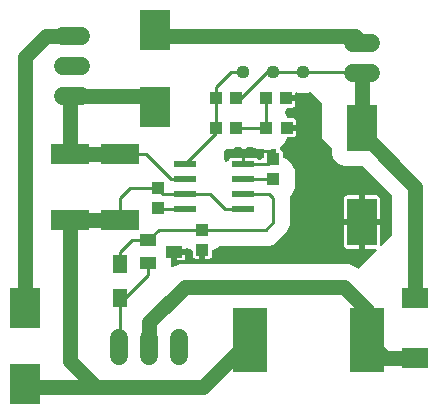
<source format=gbr>
G04 EAGLE Gerber RS-274X export*
G75*
%MOMM*%
%FSLAX34Y34*%
%LPD*%
%INTop Copper*%
%IPPOS*%
%AMOC8*
5,1,8,0,0,1.08239X$1,22.5*%
G01*
%ADD10R,2.500000X3.500000*%
%ADD11R,2.500000X4.000000*%
%ADD12R,1.080000X1.050000*%
%ADD13R,1.100000X1.000000*%
%ADD14R,1.000000X1.100000*%
%ADD15R,3.200000X1.800000*%
%ADD16R,2.900000X5.400000*%
%ADD17R,1.968500X0.601900*%
%ADD18C,1.524000*%
%ADD19C,1.117600*%
%ADD20R,1.050000X1.080000*%
%ADD21R,2.200000X1.800000*%
%ADD22R,1.400000X1.000000*%
%ADD23R,1.200000X1.500000*%
%ADD24C,1.270000*%
%ADD25C,0.254000*%
%ADD26P,0.818720X8X22.500000*%

G36*
X341946Y130611D02*
X341946Y130611D01*
X342066Y130615D01*
X342104Y130626D01*
X342145Y130630D01*
X342257Y130670D01*
X342371Y130703D01*
X342406Y130723D01*
X342444Y130737D01*
X342543Y130804D01*
X342645Y130864D01*
X342690Y130904D01*
X342707Y130916D01*
X342721Y130931D01*
X342766Y130971D01*
X357088Y145293D01*
X357173Y145402D01*
X357261Y145509D01*
X357270Y145528D01*
X357282Y145544D01*
X357338Y145672D01*
X357397Y145797D01*
X357401Y145817D01*
X357409Y145836D01*
X357431Y145974D01*
X357457Y146110D01*
X357455Y146130D01*
X357459Y146150D01*
X357446Y146289D01*
X357437Y146427D01*
X357431Y146446D01*
X357429Y146466D01*
X357382Y146598D01*
X357339Y146729D01*
X357328Y146747D01*
X357321Y146766D01*
X357243Y146881D01*
X357169Y146998D01*
X357154Y147012D01*
X357143Y147029D01*
X357039Y147121D01*
X356937Y147216D01*
X356919Y147226D01*
X356904Y147239D01*
X356781Y147302D01*
X356659Y147370D01*
X356639Y147375D01*
X356621Y147384D01*
X356485Y147414D01*
X356351Y147449D01*
X356323Y147451D01*
X356311Y147454D01*
X356290Y147453D01*
X356190Y147459D01*
X347539Y147459D01*
X347539Y167461D01*
X360041Y167461D01*
X360041Y151310D01*
X360058Y151172D01*
X360071Y151034D01*
X360078Y151015D01*
X360081Y150994D01*
X360132Y150865D01*
X360179Y150734D01*
X360190Y150718D01*
X360198Y150699D01*
X360279Y150586D01*
X360357Y150471D01*
X360373Y150458D01*
X360384Y150441D01*
X360492Y150353D01*
X360596Y150261D01*
X360614Y150252D01*
X360629Y150239D01*
X360755Y150179D01*
X360879Y150116D01*
X360899Y150112D01*
X360917Y150103D01*
X361053Y150077D01*
X361189Y150046D01*
X361210Y150047D01*
X361229Y150043D01*
X361368Y150052D01*
X361507Y150056D01*
X361527Y150062D01*
X361547Y150063D01*
X361679Y150106D01*
X361813Y150145D01*
X361830Y150155D01*
X361849Y150161D01*
X361967Y150235D01*
X362087Y150306D01*
X362108Y150325D01*
X362118Y150331D01*
X362132Y150346D01*
X362207Y150412D01*
X370578Y158783D01*
X370638Y158861D01*
X370706Y158933D01*
X370735Y158986D01*
X370772Y159034D01*
X370812Y159125D01*
X370860Y159211D01*
X370875Y159270D01*
X370899Y159326D01*
X370914Y159424D01*
X370939Y159519D01*
X370945Y159619D01*
X370949Y159640D01*
X370947Y159652D01*
X370949Y159680D01*
X370949Y191583D01*
X370937Y191681D01*
X370934Y191780D01*
X370917Y191839D01*
X370909Y191899D01*
X370873Y191991D01*
X370845Y192086D01*
X370815Y192138D01*
X370792Y192194D01*
X370734Y192274D01*
X370684Y192360D01*
X370618Y192435D01*
X370606Y192452D01*
X370596Y192460D01*
X370578Y192481D01*
X346131Y216928D01*
X346052Y216988D01*
X345980Y217056D01*
X345927Y217085D01*
X345879Y217122D01*
X345788Y217162D01*
X345702Y217210D01*
X345643Y217225D01*
X345588Y217249D01*
X345490Y217264D01*
X345394Y217289D01*
X345294Y217295D01*
X345273Y217299D01*
X345261Y217297D01*
X345233Y217299D01*
X329974Y217299D01*
X325306Y219233D01*
X321733Y222806D01*
X319799Y227474D01*
X319799Y231470D01*
X319787Y231568D01*
X319784Y231667D01*
X319767Y231725D01*
X319759Y231786D01*
X319723Y231878D01*
X319695Y231973D01*
X319665Y232025D01*
X319642Y232081D01*
X319584Y232161D01*
X319534Y232247D01*
X319468Y232322D01*
X319456Y232339D01*
X319446Y232346D01*
X319428Y232367D01*
X311269Y240526D01*
X311269Y270000D01*
X311257Y270098D01*
X311254Y270197D01*
X311237Y270255D01*
X311229Y270316D01*
X311193Y270408D01*
X311165Y270503D01*
X311135Y270555D01*
X311112Y270611D01*
X311054Y270691D01*
X311004Y270777D01*
X310938Y270852D01*
X310926Y270869D01*
X310916Y270876D01*
X310898Y270898D01*
X302286Y279509D01*
X302263Y279527D01*
X302244Y279549D01*
X302138Y279624D01*
X302035Y279704D01*
X302008Y279715D01*
X301984Y279732D01*
X301862Y279778D01*
X301743Y279830D01*
X301714Y279835D01*
X301686Y279845D01*
X301557Y279859D01*
X301429Y279880D01*
X301400Y279877D01*
X301370Y279880D01*
X301242Y279862D01*
X301112Y279850D01*
X301085Y279840D01*
X301055Y279836D01*
X300903Y279784D01*
X299038Y279011D01*
X291762Y279011D01*
X290296Y279619D01*
X290248Y279632D01*
X290203Y279653D01*
X290095Y279674D01*
X289989Y279703D01*
X289939Y279703D01*
X289890Y279713D01*
X289781Y279706D01*
X289671Y279708D01*
X289623Y279696D01*
X289573Y279693D01*
X289469Y279659D01*
X289362Y279634D01*
X289318Y279610D01*
X289271Y279595D01*
X289178Y279536D01*
X289081Y279485D01*
X289044Y279451D01*
X289002Y279425D01*
X288927Y279345D01*
X288845Y279271D01*
X288818Y279229D01*
X288784Y279193D01*
X288731Y279097D01*
X288671Y279005D01*
X288654Y278958D01*
X288630Y278915D01*
X288603Y278808D01*
X288567Y278704D01*
X288563Y278655D01*
X288551Y278607D01*
X288541Y278446D01*
X288541Y277499D01*
X282970Y277499D01*
X282852Y277484D01*
X282733Y277477D01*
X282695Y277464D01*
X282654Y277459D01*
X282544Y277416D01*
X282431Y277379D01*
X282396Y277357D01*
X282359Y277342D01*
X282263Y277273D01*
X282162Y277209D01*
X282134Y277179D01*
X282101Y277156D01*
X282025Y277064D01*
X281944Y276977D01*
X281924Y276942D01*
X281899Y276911D01*
X281848Y276803D01*
X281790Y276699D01*
X281780Y276659D01*
X281763Y276623D01*
X281741Y276506D01*
X281711Y276391D01*
X281707Y276331D01*
X281703Y276311D01*
X281705Y276290D01*
X281701Y276230D01*
X281701Y273770D01*
X281716Y273652D01*
X281723Y273533D01*
X281736Y273495D01*
X281741Y273454D01*
X281784Y273344D01*
X281821Y273231D01*
X281843Y273196D01*
X281858Y273159D01*
X281927Y273062D01*
X281991Y272962D01*
X282021Y272934D01*
X282044Y272901D01*
X282136Y272825D01*
X282223Y272744D01*
X282258Y272724D01*
X282289Y272699D01*
X282397Y272648D01*
X282501Y272590D01*
X282541Y272580D01*
X282577Y272563D01*
X282694Y272541D01*
X282809Y272511D01*
X282869Y272507D01*
X282889Y272503D01*
X282910Y272505D01*
X282970Y272501D01*
X288541Y272501D01*
X288541Y269166D01*
X288368Y268519D01*
X288033Y267940D01*
X287560Y267467D01*
X286981Y267132D01*
X286334Y266959D01*
X282543Y266959D01*
X282514Y266956D01*
X282484Y266958D01*
X282356Y266936D01*
X282227Y266919D01*
X282200Y266909D01*
X282171Y266904D01*
X282052Y266850D01*
X281932Y266802D01*
X281908Y266785D01*
X281881Y266773D01*
X281780Y266692D01*
X281674Y266616D01*
X281655Y266593D01*
X281632Y266574D01*
X281554Y266471D01*
X281471Y266371D01*
X281459Y266344D01*
X281441Y266320D01*
X281370Y266176D01*
X280028Y262936D01*
X280002Y262840D01*
X279967Y262748D01*
X279960Y262687D01*
X279944Y262629D01*
X279943Y262530D01*
X279932Y262432D01*
X279940Y262372D01*
X279939Y262311D01*
X279962Y262215D01*
X279976Y262117D01*
X280009Y262022D01*
X280013Y262002D01*
X280019Y261991D01*
X280028Y261964D01*
X281370Y258724D01*
X281385Y258699D01*
X281394Y258671D01*
X281463Y258561D01*
X281528Y258448D01*
X281548Y258427D01*
X281564Y258402D01*
X281659Y258313D01*
X281749Y258220D01*
X281774Y258204D01*
X281796Y258184D01*
X281910Y258121D01*
X282020Y258053D01*
X282048Y258045D01*
X282074Y258030D01*
X282200Y257998D01*
X282324Y257960D01*
X282354Y257958D01*
X282382Y257951D01*
X282543Y257941D01*
X286834Y257941D01*
X287481Y257768D01*
X288060Y257433D01*
X288533Y256960D01*
X288868Y256381D01*
X289041Y255734D01*
X289041Y252539D01*
X282970Y252539D01*
X282852Y252524D01*
X282733Y252517D01*
X282695Y252504D01*
X282654Y252499D01*
X282544Y252455D01*
X282431Y252419D01*
X282396Y252397D01*
X282359Y252382D01*
X282263Y252312D01*
X282162Y252249D01*
X282134Y252219D01*
X282101Y252195D01*
X282025Y252104D01*
X281944Y252017D01*
X281924Y251982D01*
X281899Y251950D01*
X281848Y251843D01*
X281790Y251739D01*
X281780Y251699D01*
X281763Y251663D01*
X281741Y251546D01*
X281711Y251431D01*
X281707Y251370D01*
X281703Y251350D01*
X281705Y251330D01*
X281701Y251270D01*
X281701Y248730D01*
X281716Y248612D01*
X281723Y248493D01*
X281736Y248455D01*
X281741Y248415D01*
X281784Y248304D01*
X281821Y248191D01*
X281843Y248156D01*
X281858Y248119D01*
X281927Y248023D01*
X281991Y247922D01*
X282021Y247894D01*
X282044Y247861D01*
X282136Y247786D01*
X282223Y247704D01*
X282258Y247684D01*
X282289Y247659D01*
X282397Y247608D01*
X282501Y247550D01*
X282541Y247540D01*
X282577Y247523D01*
X282694Y247501D01*
X282809Y247471D01*
X282869Y247467D01*
X282889Y247463D01*
X282910Y247465D01*
X282970Y247461D01*
X289041Y247461D01*
X289041Y244266D01*
X288868Y243619D01*
X288533Y243040D01*
X288060Y242567D01*
X287481Y242232D01*
X286834Y242059D01*
X282543Y242059D01*
X282514Y242056D01*
X282484Y242058D01*
X282356Y242036D01*
X282227Y242019D01*
X282200Y242009D01*
X282171Y242004D01*
X282052Y241950D01*
X281932Y241902D01*
X281908Y241885D01*
X281881Y241873D01*
X281780Y241792D01*
X281674Y241716D01*
X281655Y241693D01*
X281632Y241674D01*
X281554Y241571D01*
X281471Y241471D01*
X281459Y241444D01*
X281441Y241420D01*
X281370Y241276D01*
X279767Y237406D01*
X276194Y233833D01*
X276108Y233797D01*
X276053Y233766D01*
X275994Y233743D01*
X275916Y233687D01*
X275832Y233640D01*
X275787Y233596D01*
X275735Y233559D01*
X275673Y233485D01*
X275603Y233418D01*
X275570Y233364D01*
X275530Y233316D01*
X275488Y233229D01*
X275437Y233147D01*
X275419Y233087D01*
X275391Y233030D01*
X275372Y232936D01*
X275344Y232843D01*
X275341Y232780D01*
X275328Y232718D01*
X275333Y232622D01*
X275328Y232526D01*
X275341Y232464D01*
X275344Y232401D01*
X275373Y232309D01*
X275393Y232214D01*
X275420Y232158D01*
X275439Y232097D01*
X275490Y232015D01*
X275532Y231928D01*
X275573Y231880D01*
X275607Y231827D01*
X275676Y231760D01*
X275739Y231686D01*
X275790Y231650D01*
X275836Y231606D01*
X275920Y231559D01*
X275999Y231503D01*
X276058Y231481D01*
X276113Y231450D01*
X276265Y231398D01*
X276381Y231368D01*
X276960Y231033D01*
X277433Y230560D01*
X277768Y229981D01*
X277941Y229334D01*
X277941Y225043D01*
X277944Y225014D01*
X277942Y224984D01*
X277964Y224856D01*
X277981Y224727D01*
X277991Y224700D01*
X277996Y224671D01*
X278050Y224552D01*
X278098Y224432D01*
X278115Y224408D01*
X278127Y224381D01*
X278208Y224280D01*
X278284Y224174D01*
X278307Y224155D01*
X278326Y224132D01*
X278429Y224054D01*
X278529Y223971D01*
X278556Y223959D01*
X278580Y223941D01*
X278724Y223870D01*
X282594Y222267D01*
X286167Y218694D01*
X288101Y214026D01*
X288101Y198474D01*
X286167Y193806D01*
X284342Y191981D01*
X284282Y191903D01*
X284214Y191831D01*
X284185Y191778D01*
X284148Y191730D01*
X284108Y191639D01*
X284060Y191552D01*
X284045Y191494D01*
X284021Y191438D01*
X284006Y191340D01*
X283981Y191244D01*
X283975Y191144D01*
X283971Y191124D01*
X283973Y191111D01*
X283971Y191083D01*
X283971Y167221D01*
X281844Y162086D01*
X277735Y157978D01*
X271414Y151656D01*
X266279Y149529D01*
X225017Y149529D01*
X224918Y149517D01*
X224819Y149514D01*
X224761Y149497D01*
X224701Y149489D01*
X224609Y149453D01*
X224514Y149425D01*
X224462Y149395D01*
X224405Y149372D01*
X224325Y149314D01*
X224240Y149264D01*
X224164Y149198D01*
X224148Y149186D01*
X224140Y149176D01*
X224119Y149158D01*
X222694Y147733D01*
X218824Y146130D01*
X218799Y146115D01*
X218771Y146106D01*
X218661Y146037D01*
X218548Y145972D01*
X218527Y145952D01*
X218502Y145936D01*
X218413Y145841D01*
X218320Y145751D01*
X218304Y145726D01*
X218284Y145704D01*
X218221Y145591D01*
X218153Y145480D01*
X218145Y145452D01*
X218130Y145426D01*
X218098Y145300D01*
X218060Y145176D01*
X218058Y145146D01*
X218051Y145118D01*
X218041Y144957D01*
X218041Y141166D01*
X217868Y140519D01*
X217533Y139940D01*
X217060Y139467D01*
X216481Y139132D01*
X215834Y138959D01*
X212499Y138959D01*
X212499Y144530D01*
X212484Y144648D01*
X212477Y144767D01*
X212464Y144805D01*
X212459Y144846D01*
X212416Y144956D01*
X212379Y145069D01*
X212357Y145104D01*
X212342Y145141D01*
X212273Y145237D01*
X212209Y145338D01*
X212179Y145366D01*
X212156Y145399D01*
X212064Y145475D01*
X211977Y145556D01*
X211942Y145576D01*
X211911Y145601D01*
X211803Y145652D01*
X211699Y145710D01*
X211659Y145720D01*
X211623Y145737D01*
X211506Y145759D01*
X211391Y145789D01*
X211331Y145793D01*
X211311Y145797D01*
X211290Y145795D01*
X211230Y145799D01*
X208770Y145799D01*
X208652Y145784D01*
X208533Y145777D01*
X208495Y145764D01*
X208454Y145759D01*
X208344Y145716D01*
X208231Y145679D01*
X208196Y145657D01*
X208159Y145642D01*
X208062Y145573D01*
X207962Y145509D01*
X207934Y145479D01*
X207901Y145456D01*
X207825Y145364D01*
X207744Y145277D01*
X207724Y145242D01*
X207699Y145211D01*
X207648Y145103D01*
X207590Y144999D01*
X207580Y144959D01*
X207563Y144923D01*
X207541Y144806D01*
X207511Y144691D01*
X207507Y144631D01*
X207503Y144611D01*
X207505Y144590D01*
X207501Y144530D01*
X207501Y138959D01*
X204166Y138959D01*
X203519Y139132D01*
X202940Y139467D01*
X202467Y139940D01*
X202132Y140519D01*
X201959Y141166D01*
X201959Y144957D01*
X201956Y144986D01*
X201958Y145016D01*
X201936Y145144D01*
X201919Y145273D01*
X201909Y145300D01*
X201904Y145329D01*
X201850Y145448D01*
X201802Y145568D01*
X201785Y145592D01*
X201773Y145619D01*
X201692Y145720D01*
X201616Y145826D01*
X201593Y145845D01*
X201574Y145868D01*
X201471Y145946D01*
X201371Y146029D01*
X201344Y146041D01*
X201320Y146059D01*
X201176Y146130D01*
X197296Y147737D01*
X197248Y147750D01*
X197203Y147771D01*
X197095Y147792D01*
X196989Y147821D01*
X196939Y147822D01*
X196890Y147831D01*
X196781Y147824D01*
X196671Y147826D01*
X196623Y147814D01*
X196573Y147811D01*
X196469Y147777D01*
X196362Y147752D01*
X196318Y147729D01*
X196271Y147713D01*
X196178Y147654D01*
X196081Y147603D01*
X196044Y147570D01*
X196002Y147543D01*
X195961Y147499D01*
X187230Y147499D01*
X187112Y147484D01*
X186993Y147477D01*
X186955Y147464D01*
X186915Y147459D01*
X186804Y147416D01*
X186691Y147379D01*
X186657Y147357D01*
X186619Y147342D01*
X186523Y147273D01*
X186422Y147209D01*
X186394Y147179D01*
X186362Y147156D01*
X186286Y147064D01*
X186204Y146977D01*
X186185Y146942D01*
X186159Y146911D01*
X186108Y146803D01*
X186051Y146699D01*
X186041Y146659D01*
X186023Y146623D01*
X186001Y146506D01*
X185971Y146391D01*
X185967Y146331D01*
X185964Y146311D01*
X185965Y146290D01*
X185961Y146230D01*
X185961Y145039D01*
X184770Y145039D01*
X184674Y145027D01*
X184671Y145027D01*
X184664Y145026D01*
X184652Y145024D01*
X184533Y145017D01*
X184495Y145004D01*
X184454Y144999D01*
X184366Y144964D01*
X184360Y144963D01*
X184347Y144957D01*
X184344Y144955D01*
X184231Y144919D01*
X184196Y144897D01*
X184159Y144882D01*
X184084Y144828D01*
X184074Y144823D01*
X184058Y144809D01*
X183962Y144749D01*
X183934Y144719D01*
X183901Y144695D01*
X183847Y144630D01*
X183832Y144617D01*
X183814Y144592D01*
X183744Y144517D01*
X183724Y144482D01*
X183699Y144450D01*
X183666Y144381D01*
X183649Y144357D01*
X183634Y144317D01*
X183590Y144238D01*
X183580Y144199D01*
X183563Y144163D01*
X183551Y144098D01*
X183536Y144059D01*
X183530Y144004D01*
X183511Y143930D01*
X183507Y143870D01*
X183503Y143850D01*
X183505Y143830D01*
X183501Y143770D01*
X183501Y143762D01*
X183502Y143753D01*
X183501Y143743D01*
X183517Y143628D01*
X183523Y143533D01*
X183534Y143500D01*
X183541Y143446D01*
X183544Y143438D01*
X183545Y143428D01*
X183597Y143276D01*
X183701Y143026D01*
X183701Y132840D01*
X183707Y132790D01*
X183705Y132741D01*
X183727Y132633D01*
X183741Y132524D01*
X183759Y132478D01*
X183769Y132429D01*
X183817Y132330D01*
X183858Y132228D01*
X183887Y132188D01*
X183909Y132144D01*
X183980Y132060D01*
X184044Y131971D01*
X184083Y131939D01*
X184115Y131902D01*
X184205Y131838D01*
X184289Y131768D01*
X184334Y131747D01*
X184375Y131718D01*
X184478Y131679D01*
X184577Y131633D01*
X184626Y131623D01*
X184672Y131606D01*
X184782Y131594D01*
X184889Y131573D01*
X184939Y131576D01*
X184988Y131570D01*
X185097Y131586D01*
X185207Y131593D01*
X185254Y131608D01*
X185303Y131615D01*
X185456Y131667D01*
X191211Y134051D01*
X333789Y134051D01*
X340791Y131150D01*
X340971Y130971D01*
X341065Y130898D01*
X341154Y130819D01*
X341190Y130801D01*
X341222Y130776D01*
X341331Y130729D01*
X341437Y130675D01*
X341477Y130666D01*
X341514Y130650D01*
X341631Y130631D01*
X341748Y130605D01*
X341788Y130606D01*
X341828Y130600D01*
X341946Y130611D01*
G37*
G36*
X230127Y221201D02*
X230127Y221201D01*
X230237Y221207D01*
X230284Y221223D01*
X230333Y221230D01*
X230486Y221282D01*
X231670Y221772D01*
X231690Y221784D01*
X231712Y221790D01*
X231828Y221862D01*
X231946Y221930D01*
X231963Y221946D01*
X231982Y221958D01*
X232077Y222056D01*
X232175Y222151D01*
X232187Y222171D01*
X232202Y222187D01*
X232270Y222306D01*
X232341Y222422D01*
X232348Y222444D01*
X232359Y222464D01*
X232410Y222616D01*
X232524Y223040D01*
X232858Y223619D01*
X233332Y224093D01*
X233911Y224427D01*
X234557Y224600D01*
X243230Y224600D01*
X243230Y223329D01*
X243245Y223211D01*
X243252Y223093D01*
X243265Y223054D01*
X243270Y223014D01*
X243314Y222903D01*
X243350Y222790D01*
X243372Y222756D01*
X243387Y222718D01*
X243457Y222622D01*
X243520Y222521D01*
X243550Y222494D01*
X243574Y222461D01*
X243665Y222385D01*
X243752Y222303D01*
X243787Y222284D01*
X243819Y222258D01*
X243926Y222207D01*
X244031Y222150D01*
X244070Y222140D01*
X244106Y222123D01*
X244223Y222100D01*
X244339Y222070D01*
X244399Y222067D01*
X244419Y222063D01*
X244439Y222064D01*
X244499Y222060D01*
X244969Y222060D01*
X245087Y222075D01*
X245206Y222083D01*
X245244Y222095D01*
X245284Y222100D01*
X245395Y222144D01*
X245508Y222181D01*
X245542Y222202D01*
X245580Y222217D01*
X245676Y222287D01*
X245777Y222351D01*
X245805Y222380D01*
X245837Y222404D01*
X245913Y222496D01*
X245995Y222582D01*
X246014Y222618D01*
X246040Y222649D01*
X246091Y222757D01*
X246148Y222861D01*
X246158Y222900D01*
X246176Y222937D01*
X246198Y223053D01*
X246228Y223169D01*
X246232Y223229D01*
X246235Y223249D01*
X246234Y223269D01*
X246238Y223329D01*
X246238Y224600D01*
X254911Y224600D01*
X255557Y224427D01*
X256136Y224093D01*
X256610Y223620D01*
X256837Y223226D01*
X256859Y223197D01*
X256875Y223165D01*
X256954Y223071D01*
X257029Y222973D01*
X257057Y222950D01*
X257081Y222923D01*
X257182Y222852D01*
X257278Y222775D01*
X257311Y222760D01*
X257341Y222739D01*
X257456Y222696D01*
X257569Y222646D01*
X257605Y222640D01*
X257638Y222627D01*
X257761Y222613D01*
X257882Y222593D01*
X257918Y222596D01*
X257954Y222592D01*
X258076Y222609D01*
X258199Y222619D01*
X258233Y222631D01*
X258269Y222636D01*
X258422Y222688D01*
X261276Y223870D01*
X261301Y223885D01*
X261329Y223894D01*
X261439Y223963D01*
X261552Y224028D01*
X261573Y224048D01*
X261598Y224064D01*
X261687Y224159D01*
X261780Y224249D01*
X261796Y224274D01*
X261816Y224296D01*
X261879Y224410D01*
X261947Y224520D01*
X261955Y224548D01*
X261970Y224574D01*
X262002Y224700D01*
X262040Y224824D01*
X262042Y224854D01*
X262049Y224882D01*
X262059Y225043D01*
X262059Y229334D01*
X262232Y229981D01*
X262241Y229995D01*
X262292Y230118D01*
X262349Y230237D01*
X262354Y230264D01*
X262364Y230288D01*
X262384Y230420D01*
X262408Y230550D01*
X262407Y230576D01*
X262411Y230603D01*
X262397Y230735D01*
X262389Y230867D01*
X262380Y230892D01*
X262378Y230919D01*
X262331Y231044D01*
X262291Y231169D01*
X262276Y231192D01*
X262267Y231217D01*
X262191Y231326D01*
X262120Y231438D01*
X262101Y231457D01*
X262086Y231479D01*
X261985Y231565D01*
X261889Y231656D01*
X261865Y231669D01*
X261845Y231687D01*
X261726Y231746D01*
X261610Y231810D01*
X261584Y231816D01*
X261560Y231828D01*
X261431Y231856D01*
X261302Y231889D01*
X261264Y231891D01*
X261249Y231895D01*
X261227Y231894D01*
X261142Y231899D01*
X255974Y231899D01*
X251606Y233708D01*
X251511Y233734D01*
X251418Y233769D01*
X251358Y233776D01*
X251300Y233792D01*
X251201Y233794D01*
X251102Y233805D01*
X251042Y233796D01*
X250982Y233797D01*
X250885Y233774D01*
X250787Y233760D01*
X250692Y233728D01*
X250672Y233723D01*
X250662Y233717D01*
X250635Y233708D01*
X246026Y231799D01*
X230931Y231799D01*
X230891Y231808D01*
X230765Y231843D01*
X230735Y231843D01*
X230707Y231850D01*
X230577Y231846D01*
X230447Y231848D01*
X230418Y231841D01*
X230389Y231840D01*
X230264Y231804D01*
X230138Y231774D01*
X230112Y231760D01*
X230083Y231751D01*
X229971Y231686D01*
X229857Y231625D01*
X229835Y231605D01*
X229809Y231590D01*
X229689Y231484D01*
X229103Y230898D01*
X229042Y230819D01*
X228974Y230747D01*
X228945Y230694D01*
X228908Y230646D01*
X228868Y230555D01*
X228820Y230469D01*
X228805Y230410D01*
X228781Y230354D01*
X228766Y230256D01*
X228741Y230161D01*
X228735Y230061D01*
X228731Y230040D01*
X228733Y230028D01*
X228731Y230000D01*
X228731Y222454D01*
X228737Y222405D01*
X228735Y222355D01*
X228757Y222248D01*
X228771Y222139D01*
X228789Y222093D01*
X228799Y222044D01*
X228847Y221945D01*
X228888Y221843D01*
X228917Y221803D01*
X228939Y221758D01*
X229010Y221675D01*
X229074Y221586D01*
X229113Y221554D01*
X229145Y221516D01*
X229235Y221453D01*
X229319Y221383D01*
X229364Y221362D01*
X229405Y221333D01*
X229508Y221294D01*
X229607Y221247D01*
X229656Y221238D01*
X229702Y221220D01*
X229812Y221208D01*
X229920Y221188D01*
X229969Y221191D01*
X230018Y221185D01*
X230127Y221201D01*
G37*
%LPC*%
G36*
X347539Y172539D02*
X347539Y172539D01*
X347539Y192541D01*
X357834Y192541D01*
X358481Y192368D01*
X359060Y192033D01*
X359533Y191560D01*
X359868Y190981D01*
X360041Y190334D01*
X360041Y172539D01*
X347539Y172539D01*
G37*
%LPD*%
%LPC*%
G36*
X329959Y172539D02*
X329959Y172539D01*
X329959Y190334D01*
X330132Y190981D01*
X330467Y191560D01*
X330940Y192033D01*
X331519Y192368D01*
X332166Y192541D01*
X342461Y192541D01*
X342461Y172539D01*
X329959Y172539D01*
G37*
%LPD*%
%LPC*%
G36*
X332166Y147459D02*
X332166Y147459D01*
X331519Y147632D01*
X330940Y147967D01*
X330467Y148440D01*
X330132Y149019D01*
X329959Y149666D01*
X329959Y167461D01*
X342461Y167461D01*
X342461Y147459D01*
X332166Y147459D01*
G37*
%LPD*%
G36*
X271388Y224216D02*
X271388Y224216D01*
X271507Y224223D01*
X271545Y224236D01*
X271585Y224241D01*
X271696Y224284D01*
X271809Y224321D01*
X271844Y224343D01*
X271881Y224358D01*
X271977Y224427D01*
X272078Y224491D01*
X272106Y224521D01*
X272138Y224544D01*
X272214Y224636D01*
X272296Y224723D01*
X272315Y224758D01*
X272341Y224789D01*
X272392Y224897D01*
X272449Y225001D01*
X272460Y225041D01*
X272477Y225077D01*
X272499Y225194D01*
X272529Y225309D01*
X272533Y225369D01*
X272537Y225389D01*
X272535Y225410D01*
X272539Y225470D01*
X272539Y230630D01*
X272524Y230748D01*
X272517Y230867D01*
X272504Y230905D01*
X272499Y230946D01*
X272455Y231056D01*
X272419Y231169D01*
X272397Y231204D01*
X272382Y231241D01*
X272312Y231337D01*
X272249Y231438D01*
X272219Y231466D01*
X272195Y231499D01*
X272104Y231575D01*
X272017Y231656D01*
X271982Y231676D01*
X271950Y231701D01*
X271843Y231752D01*
X271739Y231810D01*
X271699Y231820D01*
X271663Y231837D01*
X271546Y231859D01*
X271431Y231889D01*
X271370Y231893D01*
X271350Y231897D01*
X271330Y231895D01*
X271270Y231899D01*
X268730Y231899D01*
X268612Y231884D01*
X268493Y231877D01*
X268455Y231864D01*
X268415Y231859D01*
X268304Y231816D01*
X268191Y231779D01*
X268156Y231757D01*
X268119Y231742D01*
X268023Y231673D01*
X267922Y231609D01*
X267894Y231579D01*
X267861Y231556D01*
X267786Y231464D01*
X267704Y231377D01*
X267684Y231342D01*
X267659Y231311D01*
X267608Y231203D01*
X267550Y231099D01*
X267540Y231059D01*
X267523Y231023D01*
X267501Y230906D01*
X267471Y230791D01*
X267467Y230731D01*
X267463Y230711D01*
X267465Y230690D01*
X267461Y230630D01*
X267461Y225470D01*
X267476Y225352D01*
X267483Y225233D01*
X267496Y225195D01*
X267501Y225154D01*
X267544Y225044D01*
X267581Y224931D01*
X267603Y224896D01*
X267618Y224859D01*
X267688Y224763D01*
X267751Y224662D01*
X267781Y224634D01*
X267805Y224601D01*
X267896Y224525D01*
X267983Y224444D01*
X268018Y224424D01*
X268049Y224399D01*
X268157Y224348D01*
X268261Y224290D01*
X268301Y224280D01*
X268337Y224263D01*
X268454Y224241D01*
X268569Y224211D01*
X268630Y224207D01*
X268650Y224203D01*
X268670Y224205D01*
X268730Y224201D01*
X271270Y224201D01*
X271388Y224216D01*
G37*
%LPC*%
G36*
X188499Y137459D02*
X188499Y137459D01*
X188499Y142501D01*
X195541Y142501D01*
X195541Y139666D01*
X195368Y139019D01*
X195033Y138440D01*
X194560Y137967D01*
X193981Y137632D01*
X193334Y137459D01*
X188499Y137459D01*
G37*
%LPD*%
%LPC*%
G36*
X344999Y169999D02*
X344999Y169999D01*
X344999Y170001D01*
X345001Y170001D01*
X345001Y169999D01*
X344999Y169999D01*
G37*
%LPD*%
D10*
X170000Y267500D03*
X170000Y332500D03*
D11*
X345000Y250000D03*
X345000Y170000D03*
D12*
X270000Y223750D03*
X270000Y206250D03*
D13*
X172500Y198500D03*
X172500Y181500D03*
D14*
X281000Y275000D03*
X264000Y275000D03*
D15*
X140000Y228000D03*
X140000Y172000D03*
D16*
X349500Y70000D03*
X250500Y70000D03*
D17*
X244734Y180950D03*
X244734Y193650D03*
X244734Y206350D03*
X244734Y219050D03*
X195266Y219050D03*
X195266Y206350D03*
X195266Y193650D03*
X195266Y180950D03*
D18*
X107620Y327500D02*
X92380Y327500D01*
X92380Y302100D02*
X107620Y302100D01*
X107620Y276700D02*
X92380Y276700D01*
X337380Y322000D02*
X352620Y322000D01*
X352620Y296600D02*
X337380Y296600D01*
D19*
X244600Y297300D03*
X270000Y297300D03*
X295400Y297300D03*
D18*
X139600Y72220D02*
X139600Y56980D01*
X165000Y56980D02*
X165000Y72220D01*
X190400Y72220D02*
X190400Y56980D01*
D10*
X60000Y32500D03*
X60000Y97500D03*
D20*
X263750Y250000D03*
X281250Y250000D03*
D13*
X210000Y146500D03*
X210000Y163500D03*
D21*
X390000Y105500D03*
X390000Y54500D03*
D22*
X164000Y154500D03*
X186000Y145000D03*
X164000Y135500D03*
D23*
X140000Y105500D03*
X140000Y134500D03*
D15*
X97500Y228000D03*
X97500Y172000D03*
D14*
X238500Y275000D03*
X221500Y275000D03*
X221500Y250000D03*
X238500Y250000D03*
D24*
X165000Y327500D02*
X170000Y332500D01*
X60000Y310000D02*
X60000Y97500D01*
X60000Y310000D02*
X77500Y327500D01*
X240000Y327500D02*
X339500Y327500D01*
X240000Y327500D02*
X165000Y327500D01*
D25*
X170000Y332500D02*
X175000Y327500D01*
X240000Y327500D01*
D24*
X100000Y327500D02*
X77500Y327500D01*
X339500Y327500D02*
X345000Y322000D01*
D25*
X244734Y224734D02*
X244734Y219050D01*
X244734Y224734D02*
X250000Y230000D01*
X268750Y230000D01*
X265300Y219050D02*
X244734Y219050D01*
X265300Y219050D02*
X270000Y223750D01*
D26*
X250000Y230000D03*
X240000Y230000D03*
X240000Y140000D03*
X250000Y140000D03*
X350000Y200000D03*
X340000Y200000D03*
D24*
X345000Y250000D02*
X350000Y255000D01*
X390000Y200000D02*
X390000Y105500D01*
X345000Y245000D02*
X345000Y250000D01*
X345000Y245000D02*
X390000Y200000D01*
X345000Y250000D02*
X345000Y296600D01*
D25*
X295400Y297300D02*
X270000Y297300D01*
X295400Y297300D02*
X344300Y297300D01*
X345000Y296600D01*
X270000Y297300D02*
X265000Y297300D01*
X242700Y275000D01*
X238500Y275000D01*
D24*
X140000Y228000D02*
X97500Y228000D01*
D25*
X183650Y206350D02*
X195266Y206350D01*
X162000Y228000D02*
X140000Y228000D01*
X162000Y228000D02*
X183650Y206350D01*
D24*
X160800Y276700D02*
X100000Y276700D01*
X160800Y276700D02*
X170000Y267500D01*
X100000Y276700D02*
X97500Y274200D01*
X97500Y228000D01*
D25*
X140000Y65000D02*
X139600Y64600D01*
X140000Y101500D02*
X164000Y125500D01*
X164000Y135500D01*
X140000Y101500D02*
X140000Y65000D01*
X140000Y101500D02*
X140000Y105500D01*
D24*
X165000Y85000D02*
X195000Y115000D01*
X330000Y115000D01*
X349500Y95500D01*
X349500Y70000D01*
X165000Y64600D02*
X165000Y85000D01*
X349500Y70000D02*
X365000Y54500D01*
X390000Y54500D01*
X140000Y172000D02*
X97500Y172000D01*
X120000Y30000D02*
X210500Y30000D01*
X120000Y30000D02*
X62500Y30000D01*
X60000Y32500D01*
X210500Y30000D02*
X250500Y70000D01*
D25*
X216350Y193650D02*
X195266Y193650D01*
X229050Y180950D02*
X244734Y180950D01*
X229050Y180950D02*
X216350Y193650D01*
X140000Y190000D02*
X140000Y172000D01*
X140000Y190000D02*
X148500Y198500D01*
X172500Y198500D01*
X172500Y197500D01*
X176350Y193650D02*
X195266Y193650D01*
X176350Y193650D02*
X172500Y197500D01*
D24*
X97500Y52500D02*
X120000Y30000D01*
X97500Y52500D02*
X97500Y172000D01*
D25*
X150000Y154500D02*
X164000Y154500D01*
X210000Y163500D02*
X263500Y163500D01*
X210000Y163500D02*
X173000Y163500D01*
X164000Y154500D01*
X263500Y163500D02*
X270000Y170000D01*
X266350Y193650D02*
X244734Y193650D01*
X266350Y193650D02*
X270000Y190000D01*
X270000Y170000D01*
X150000Y154500D02*
X140000Y144500D01*
X140000Y134500D01*
X173050Y180950D02*
X195266Y180950D01*
X173050Y180950D02*
X172500Y181500D01*
X244734Y206350D02*
X269900Y206350D01*
X270000Y206250D01*
X263750Y250000D02*
X238500Y250000D01*
X263750Y274750D02*
X264000Y275000D01*
X263750Y274750D02*
X263750Y250000D01*
X221500Y250000D02*
X221500Y275000D01*
X221500Y284200D02*
X234600Y297300D01*
X221500Y284200D02*
X221500Y275000D01*
X234600Y297300D02*
X244600Y297300D01*
X221500Y245284D02*
X195266Y219050D01*
X221500Y245284D02*
X221500Y250000D01*
M02*

</source>
